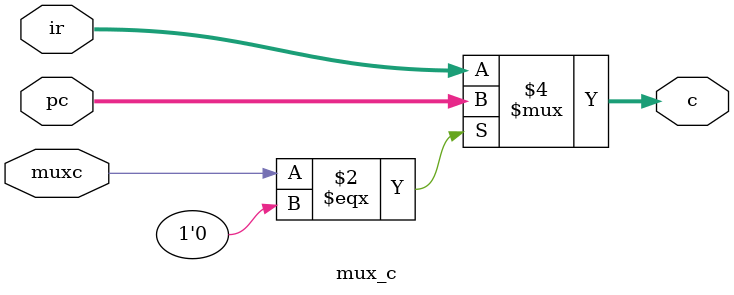
<source format=v>
module mux_c(
	     muxc,
	     pc,
	     ir,
	     c
	     );
   
   input wire muxc;
   input wire [7:0] pc;
   input wire [7:0] ir;
   
   output reg [7:0] c;
   
   always @(*)
     begin
	if(muxc === 1'b0)
	  begin
	     c <= pc;
	  end
	else
	  begin
	     c <= ir;
	  end
     end // always @ (*)
   
endmodule // mux_c

</source>
